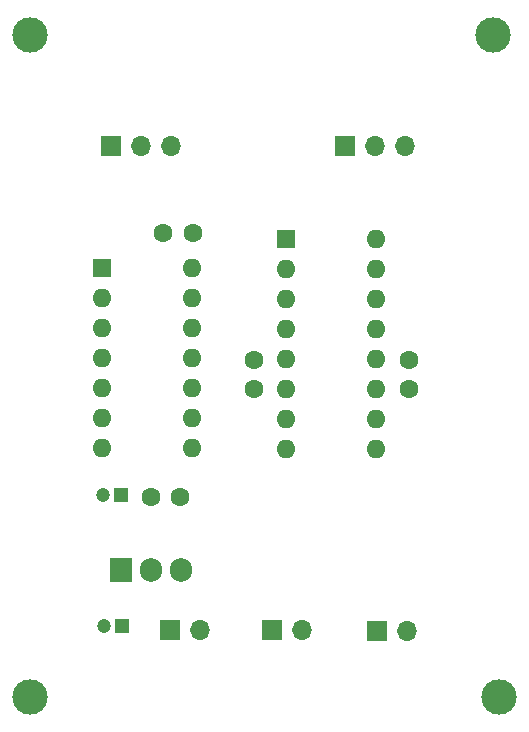
<source format=gbr>
%TF.GenerationSoftware,KiCad,Pcbnew,7.0.6*%
%TF.CreationDate,2023-09-15T11:55:10+02:00*%
%TF.ProjectId,l293d-motor-controller,6c323933-642d-46d6-9f74-6f722d636f6e,rev?*%
%TF.SameCoordinates,Original*%
%TF.FileFunction,Soldermask,Bot*%
%TF.FilePolarity,Negative*%
%FSLAX46Y46*%
G04 Gerber Fmt 4.6, Leading zero omitted, Abs format (unit mm)*
G04 Created by KiCad (PCBNEW 7.0.6) date 2023-09-15 11:55:10*
%MOMM*%
%LPD*%
G01*
G04 APERTURE LIST*
%ADD10R,1.905000X2.000000*%
%ADD11O,1.905000X2.000000*%
%ADD12R,1.700000X1.700000*%
%ADD13O,1.700000X1.700000*%
%ADD14C,3.000000*%
%ADD15R,1.200000X1.200000*%
%ADD16C,1.200000*%
%ADD17C,1.600000*%
%ADD18R,1.600000X1.600000*%
%ADD19O,1.600000X1.600000*%
G04 APERTURE END LIST*
D10*
%TO.C,U1*%
X110520000Y-139300000D03*
D11*
X113060000Y-139300000D03*
X115600000Y-139300000D03*
%TD*%
D12*
%TO.C,M2*%
X132200000Y-144400000D03*
D13*
X134740000Y-144400000D03*
%TD*%
D12*
%TO.C,BT1*%
X114700000Y-144300000D03*
D13*
X117240000Y-144300000D03*
%TD*%
D14*
%TO.C,REF\u002A\u002A*%
X142000000Y-94000000D03*
%TD*%
D15*
%TO.C,C5*%
X110622600Y-144000000D03*
D16*
X109122600Y-144000000D03*
%TD*%
D12*
%TO.C,M1*%
X123300000Y-144300000D03*
D13*
X125840000Y-144300000D03*
%TD*%
D17*
%TO.C,C1*%
X113050000Y-133100000D03*
X115550000Y-133100000D03*
%TD*%
D14*
%TO.C,REF\u002A\u002A*%
X102860000Y-150000000D03*
%TD*%
D12*
%TO.C,S1*%
X129520000Y-103400000D03*
D13*
X132060000Y-103400000D03*
X134600000Y-103400000D03*
%TD*%
D17*
%TO.C,C2*%
X121800000Y-121465000D03*
X121800000Y-123965000D03*
%TD*%
D18*
%TO.C,U3*%
X108900000Y-113675000D03*
D19*
X108900000Y-116215000D03*
X108900000Y-118755000D03*
X108900000Y-121295000D03*
X108900000Y-123835000D03*
X108900000Y-126375000D03*
X108900000Y-128915000D03*
X116520000Y-128915000D03*
X116520000Y-126375000D03*
X116520000Y-123835000D03*
X116520000Y-121295000D03*
X116520000Y-118755000D03*
X116520000Y-116215000D03*
X116520000Y-113675000D03*
%TD*%
D15*
%TO.C,C4*%
X110500000Y-132900000D03*
D16*
X109000000Y-132900000D03*
%TD*%
D14*
%TO.C,REF\u002A\u002A*%
X142500000Y-150000000D03*
%TD*%
D18*
%TO.C,U2*%
X124500000Y-111260000D03*
D19*
X124500000Y-113800000D03*
X124500000Y-116340000D03*
X124500000Y-118880000D03*
X124500000Y-121420000D03*
X124500000Y-123960000D03*
X124500000Y-126500000D03*
X124500000Y-129040000D03*
X132120000Y-129040000D03*
X132120000Y-126500000D03*
X132120000Y-123960000D03*
X132120000Y-121420000D03*
X132120000Y-118880000D03*
X132120000Y-116340000D03*
X132120000Y-113800000D03*
X132120000Y-111260000D03*
%TD*%
D12*
%TO.C,S0*%
X109660000Y-103400000D03*
D13*
X112200000Y-103400000D03*
X114740000Y-103400000D03*
%TD*%
D14*
%TO.C,REF\u002A\u002A*%
X102860000Y-94000000D03*
%TD*%
D17*
%TO.C,C3*%
X134900000Y-123965000D03*
X134900000Y-121465000D03*
%TD*%
%TO.C,C6*%
X116600000Y-110700000D03*
X114100000Y-110700000D03*
%TD*%
M02*

</source>
